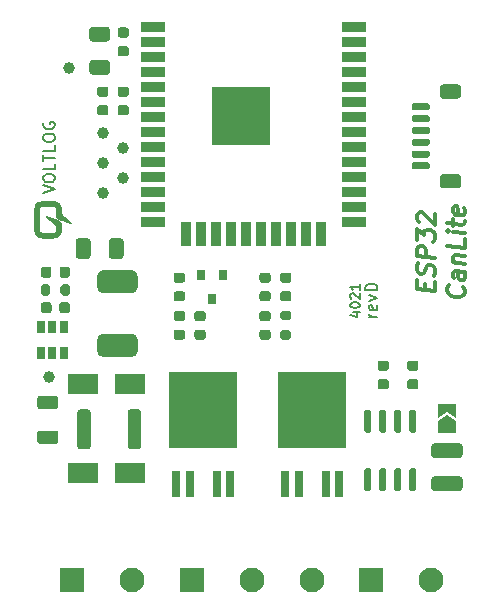
<source format=gbr>
G04 #@! TF.GenerationSoftware,KiCad,Pcbnew,(5.1.9)-1*
G04 #@! TF.CreationDate,2021-10-18T17:35:56+03:00*
G04 #@! TF.ProjectId,CanLite,43616e4c-6974-4652-9e6b-696361645f70,rev?*
G04 #@! TF.SameCoordinates,Original*
G04 #@! TF.FileFunction,Soldermask,Top*
G04 #@! TF.FilePolarity,Negative*
%FSLAX46Y46*%
G04 Gerber Fmt 4.6, Leading zero omitted, Abs format (unit mm)*
G04 Created by KiCad (PCBNEW (5.1.9)-1) date 2021-10-18 17:35:56*
%MOMM*%
%LPD*%
G01*
G04 APERTURE LIST*
%ADD10C,0.200000*%
%ADD11C,0.150000*%
%ADD12C,0.300000*%
%ADD13C,0.010000*%
%ADD14R,5.800000X6.400000*%
%ADD15R,0.800000X2.200000*%
%ADD16C,1.000000*%
%ADD17R,0.650000X1.060000*%
%ADD18R,2.000000X0.900000*%
%ADD19R,0.900000X2.000000*%
%ADD20R,5.000000X5.000000*%
%ADD21R,2.500000X1.800000*%
%ADD22C,2.100000*%
%ADD23R,2.100000X2.100000*%
%ADD24R,0.800000X0.900000*%
%ADD25C,0.100000*%
G04 APERTURE END LIST*
D10*
X104202380Y-66821428D02*
X105202380Y-66488095D01*
X104202380Y-66154761D01*
X104202380Y-65630952D02*
X104202380Y-65440476D01*
X104250000Y-65345238D01*
X104345238Y-65250000D01*
X104535714Y-65202380D01*
X104869047Y-65202380D01*
X105059523Y-65250000D01*
X105154761Y-65345238D01*
X105202380Y-65440476D01*
X105202380Y-65630952D01*
X105154761Y-65726190D01*
X105059523Y-65821428D01*
X104869047Y-65869047D01*
X104535714Y-65869047D01*
X104345238Y-65821428D01*
X104250000Y-65726190D01*
X104202380Y-65630952D01*
X105202380Y-64297619D02*
X105202380Y-64773809D01*
X104202380Y-64773809D01*
X104202380Y-64107142D02*
X104202380Y-63535714D01*
X105202380Y-63821428D02*
X104202380Y-63821428D01*
X105202380Y-62726190D02*
X105202380Y-63202380D01*
X104202380Y-63202380D01*
X104202380Y-62202380D02*
X104202380Y-62011904D01*
X104250000Y-61916666D01*
X104345238Y-61821428D01*
X104535714Y-61773809D01*
X104869047Y-61773809D01*
X105059523Y-61821428D01*
X105154761Y-61916666D01*
X105202380Y-62011904D01*
X105202380Y-62202380D01*
X105154761Y-62297619D01*
X105059523Y-62392857D01*
X104869047Y-62440476D01*
X104535714Y-62440476D01*
X104345238Y-62392857D01*
X104250000Y-62297619D01*
X104202380Y-62202380D01*
X104250000Y-60821428D02*
X104202380Y-60916666D01*
X104202380Y-61059523D01*
X104250000Y-61202380D01*
X104345238Y-61297619D01*
X104440476Y-61345238D01*
X104630952Y-61392857D01*
X104773809Y-61392857D01*
X104964285Y-61345238D01*
X105059523Y-61297619D01*
X105154761Y-61202380D01*
X105202380Y-61059523D01*
X105202380Y-60964285D01*
X105154761Y-60821428D01*
X105107142Y-60773809D01*
X104773809Y-60773809D01*
X104773809Y-60964285D01*
D11*
X130478571Y-76890476D02*
X131011904Y-76890476D01*
X130173809Y-77080952D02*
X130745238Y-77271428D01*
X130745238Y-76776190D01*
X130211904Y-76319047D02*
X130211904Y-76242857D01*
X130250000Y-76166666D01*
X130288095Y-76128571D01*
X130364285Y-76090476D01*
X130516666Y-76052380D01*
X130707142Y-76052380D01*
X130859523Y-76090476D01*
X130935714Y-76128571D01*
X130973809Y-76166666D01*
X131011904Y-76242857D01*
X131011904Y-76319047D01*
X130973809Y-76395238D01*
X130935714Y-76433333D01*
X130859523Y-76471428D01*
X130707142Y-76509523D01*
X130516666Y-76509523D01*
X130364285Y-76471428D01*
X130288095Y-76433333D01*
X130250000Y-76395238D01*
X130211904Y-76319047D01*
X130288095Y-75747619D02*
X130250000Y-75709523D01*
X130211904Y-75633333D01*
X130211904Y-75442857D01*
X130250000Y-75366666D01*
X130288095Y-75328571D01*
X130364285Y-75290476D01*
X130440476Y-75290476D01*
X130554761Y-75328571D01*
X131011904Y-75785714D01*
X131011904Y-75290476D01*
X131011904Y-74528571D02*
X131011904Y-74985714D01*
X131011904Y-74757142D02*
X130211904Y-74757142D01*
X130326190Y-74833333D01*
X130402380Y-74909523D01*
X130440476Y-74985714D01*
D10*
X132502380Y-77280952D02*
X131835714Y-77280952D01*
X132026190Y-77280952D02*
X131930952Y-77233333D01*
X131883333Y-77185714D01*
X131835714Y-77090476D01*
X131835714Y-76995238D01*
X132454761Y-76280952D02*
X132502380Y-76376190D01*
X132502380Y-76566666D01*
X132454761Y-76661904D01*
X132359523Y-76709523D01*
X131978571Y-76709523D01*
X131883333Y-76661904D01*
X131835714Y-76566666D01*
X131835714Y-76376190D01*
X131883333Y-76280952D01*
X131978571Y-76233333D01*
X132073809Y-76233333D01*
X132169047Y-76709523D01*
X131835714Y-75900000D02*
X132502380Y-75661904D01*
X131835714Y-75423809D01*
X132502380Y-75042857D02*
X131502380Y-75042857D01*
X131502380Y-74804761D01*
X131550000Y-74661904D01*
X131645238Y-74566666D01*
X131740476Y-74519047D01*
X131930952Y-74471428D01*
X132073809Y-74471428D01*
X132264285Y-74519047D01*
X132359523Y-74566666D01*
X132454761Y-74661904D01*
X132502380Y-74804761D01*
X132502380Y-75042857D01*
D12*
X136567857Y-74972142D02*
X136567857Y-74472142D01*
X137353571Y-74356071D02*
X137353571Y-75070357D01*
X135853571Y-74882857D01*
X135853571Y-74168571D01*
X137282142Y-73775714D02*
X137353571Y-73570357D01*
X137353571Y-73213214D01*
X137282142Y-73061428D01*
X137210714Y-72981071D01*
X137067857Y-72891785D01*
X136925000Y-72873928D01*
X136782142Y-72927500D01*
X136710714Y-72990000D01*
X136639285Y-73123928D01*
X136567857Y-73400714D01*
X136496428Y-73534642D01*
X136425000Y-73597142D01*
X136282142Y-73650714D01*
X136139285Y-73632857D01*
X135996428Y-73543571D01*
X135925000Y-73463214D01*
X135853571Y-73311428D01*
X135853571Y-72954285D01*
X135925000Y-72748928D01*
X137353571Y-72284642D02*
X135853571Y-72097142D01*
X135853571Y-71525714D01*
X135925000Y-71391785D01*
X135996428Y-71329285D01*
X136139285Y-71275714D01*
X136353571Y-71302500D01*
X136496428Y-71391785D01*
X136567857Y-71472142D01*
X136639285Y-71623928D01*
X136639285Y-72195357D01*
X135853571Y-70740000D02*
X135853571Y-69811428D01*
X136425000Y-70382857D01*
X136425000Y-70168571D01*
X136496428Y-70034642D01*
X136567857Y-69972142D01*
X136710714Y-69918571D01*
X137067857Y-69963214D01*
X137210714Y-70052500D01*
X137282142Y-70132857D01*
X137353571Y-70284642D01*
X137353571Y-70713214D01*
X137282142Y-70847142D01*
X137210714Y-70909642D01*
X135996428Y-69257857D02*
X135925000Y-69177500D01*
X135853571Y-69025714D01*
X135853571Y-68668571D01*
X135925000Y-68534642D01*
X135996428Y-68472142D01*
X136139285Y-68418571D01*
X136282142Y-68436428D01*
X136496428Y-68534642D01*
X137353571Y-69498928D01*
X137353571Y-68570357D01*
X139760714Y-74766785D02*
X139832142Y-74847142D01*
X139903571Y-75070357D01*
X139903571Y-75213214D01*
X139832142Y-75418571D01*
X139689285Y-75543571D01*
X139546428Y-75597142D01*
X139260714Y-75632857D01*
X139046428Y-75606071D01*
X138760714Y-75498928D01*
X138617857Y-75409642D01*
X138475000Y-75248928D01*
X138403571Y-75025714D01*
X138403571Y-74882857D01*
X138475000Y-74677500D01*
X138546428Y-74615000D01*
X139903571Y-73498928D02*
X139117857Y-73400714D01*
X138975000Y-73454285D01*
X138903571Y-73588214D01*
X138903571Y-73873928D01*
X138975000Y-74025714D01*
X139832142Y-73490000D02*
X139903571Y-73641785D01*
X139903571Y-73998928D01*
X139832142Y-74132857D01*
X139689285Y-74186428D01*
X139546428Y-74168571D01*
X139403571Y-74079285D01*
X139332142Y-73927500D01*
X139332142Y-73570357D01*
X139260714Y-73418571D01*
X138903571Y-72659642D02*
X139903571Y-72784642D01*
X139046428Y-72677500D02*
X138975000Y-72597142D01*
X138903571Y-72445357D01*
X138903571Y-72231071D01*
X138975000Y-72097142D01*
X139117857Y-72043571D01*
X139903571Y-72141785D01*
X139903571Y-70713214D02*
X139903571Y-71427500D01*
X138403571Y-71240000D01*
X139903571Y-70213214D02*
X138903571Y-70088214D01*
X138403571Y-70025714D02*
X138475000Y-70106071D01*
X138546428Y-70043571D01*
X138475000Y-69963214D01*
X138403571Y-70025714D01*
X138546428Y-70043571D01*
X138903571Y-69588214D02*
X138903571Y-69016785D01*
X138403571Y-69311428D02*
X139689285Y-69472142D01*
X139832142Y-69418571D01*
X139903571Y-69284642D01*
X139903571Y-69141785D01*
X139832142Y-68061428D02*
X139903571Y-68213214D01*
X139903571Y-68498928D01*
X139832142Y-68632857D01*
X139689285Y-68686428D01*
X139117857Y-68615000D01*
X138975000Y-68525714D01*
X138903571Y-68373928D01*
X138903571Y-68088214D01*
X138975000Y-67954285D01*
X139117857Y-67900714D01*
X139260714Y-67918571D01*
X139403571Y-68650714D01*
D13*
G36*
X103436747Y-68849388D02*
G01*
X103438269Y-68734942D01*
X103440669Y-68622670D01*
X103443968Y-68513563D01*
X103448183Y-68408613D01*
X103453335Y-68308808D01*
X103459373Y-68216111D01*
X103466354Y-68129241D01*
X103474053Y-68053690D01*
X103482929Y-67988078D01*
X103493440Y-67931028D01*
X103506046Y-67881160D01*
X103521204Y-67837097D01*
X103539373Y-67797458D01*
X103561013Y-67760867D01*
X103586582Y-67725943D01*
X103616539Y-67691308D01*
X103643192Y-67663661D01*
X103684695Y-67624735D01*
X103725608Y-67592298D01*
X103767910Y-67565492D01*
X103813577Y-67543458D01*
X103864589Y-67525337D01*
X103922923Y-67510272D01*
X103990556Y-67497402D01*
X104045187Y-67489143D01*
X104096968Y-67482242D01*
X104145506Y-67476504D01*
X104192683Y-67471832D01*
X104240386Y-67468126D01*
X104290498Y-67465288D01*
X104344905Y-67463222D01*
X104405491Y-67461827D01*
X104474141Y-67461007D01*
X104552740Y-67460663D01*
X104592517Y-67460638D01*
X104700542Y-67461202D01*
X104797345Y-67462906D01*
X104884361Y-67465859D01*
X104963027Y-67470170D01*
X105034776Y-67475947D01*
X105101046Y-67483299D01*
X105163272Y-67492335D01*
X105222889Y-67503164D01*
X105261080Y-67511250D01*
X105341825Y-67535237D01*
X105416414Y-67569335D01*
X105484019Y-67612713D01*
X105543813Y-67664541D01*
X105594969Y-67723990D01*
X105636658Y-67790227D01*
X105668053Y-67862424D01*
X105688326Y-67939750D01*
X105688351Y-67939886D01*
X105690676Y-67956651D01*
X105692598Y-67979604D01*
X105694146Y-68009737D01*
X105695345Y-68048047D01*
X105696223Y-68095527D01*
X105696808Y-68153171D01*
X105697125Y-68221973D01*
X105697195Y-68264796D01*
X105697417Y-68542081D01*
X105737104Y-68579961D01*
X105748416Y-68590388D01*
X105768421Y-68608412D01*
X105796251Y-68633265D01*
X105831040Y-68664183D01*
X105871924Y-68700397D01*
X105918035Y-68741142D01*
X105968507Y-68785652D01*
X106022475Y-68833160D01*
X106079072Y-68882900D01*
X106126042Y-68924118D01*
X106183818Y-68974823D01*
X106239435Y-69023703D01*
X106292053Y-69070020D01*
X106340837Y-69113032D01*
X106384950Y-69151999D01*
X106423554Y-69186183D01*
X106455813Y-69214842D01*
X106480890Y-69237237D01*
X106497948Y-69252627D01*
X106505454Y-69259589D01*
X106525892Y-69282677D01*
X106534854Y-69301572D01*
X106532589Y-69316969D01*
X106527997Y-69322916D01*
X106515150Y-69329728D01*
X106509466Y-69330536D01*
X106501637Y-69328487D01*
X106482915Y-69322586D01*
X106454386Y-69313200D01*
X106417135Y-69300699D01*
X106372247Y-69285451D01*
X106320808Y-69267824D01*
X106263903Y-69248187D01*
X106202617Y-69226909D01*
X106144023Y-69206454D01*
X106075436Y-69182455D01*
X106006890Y-69158483D01*
X105939960Y-69135087D01*
X105876219Y-69112816D01*
X105817239Y-69092220D01*
X105764595Y-69073849D01*
X105719858Y-69058251D01*
X105684604Y-69045976D01*
X105668842Y-69040499D01*
X105628386Y-69026074D01*
X105588817Y-69011271D01*
X105552938Y-68997190D01*
X105523554Y-68984931D01*
X105503742Y-68975735D01*
X105458549Y-68946785D01*
X105415550Y-68908765D01*
X105378309Y-68865231D01*
X105353405Y-68825711D01*
X105343046Y-68805417D01*
X105334482Y-68786913D01*
X105327542Y-68768755D01*
X105322055Y-68749502D01*
X105317848Y-68727711D01*
X105314751Y-68701939D01*
X105312591Y-68670744D01*
X105311198Y-68632682D01*
X105310400Y-68586311D01*
X105310026Y-68530188D01*
X105309903Y-68462871D01*
X105309901Y-68459670D01*
X105309524Y-68362170D01*
X105308520Y-68276939D01*
X105306870Y-68203562D01*
X105304552Y-68141622D01*
X105301547Y-68090705D01*
X105297835Y-68050393D01*
X105293394Y-68020271D01*
X105288205Y-67999923D01*
X105287365Y-67997698D01*
X105270133Y-67969451D01*
X105243735Y-67944057D01*
X105211707Y-67924520D01*
X105192869Y-67917330D01*
X105145757Y-67905798D01*
X105087561Y-67895755D01*
X105019812Y-67887222D01*
X104944039Y-67880219D01*
X104861773Y-67874769D01*
X104774546Y-67870891D01*
X104683887Y-67868607D01*
X104591327Y-67867938D01*
X104498397Y-67868904D01*
X104406627Y-67871527D01*
X104317548Y-67875828D01*
X104232691Y-67881828D01*
X104153585Y-67889547D01*
X104081762Y-67899007D01*
X104063897Y-67901850D01*
X104013106Y-67911874D01*
X103973389Y-67924117D01*
X103943139Y-67940103D01*
X103920747Y-67961353D01*
X103904608Y-67989391D01*
X103893114Y-68025741D01*
X103884696Y-68071660D01*
X103877984Y-68126208D01*
X103871903Y-68192228D01*
X103866466Y-68268507D01*
X103861682Y-68353831D01*
X103857563Y-68446989D01*
X103854119Y-68546766D01*
X103851362Y-68651950D01*
X103849303Y-68761327D01*
X103847951Y-68873686D01*
X103847319Y-68987812D01*
X103847417Y-69102494D01*
X103848256Y-69216517D01*
X103849847Y-69328669D01*
X103852200Y-69437736D01*
X103855328Y-69542507D01*
X103859240Y-69641767D01*
X103863947Y-69734305D01*
X103869039Y-69813136D01*
X103874569Y-69882666D01*
X103880660Y-69940677D01*
X103888022Y-69988350D01*
X103897367Y-70026864D01*
X103909404Y-70057401D01*
X103924844Y-70081141D01*
X103944397Y-70099264D01*
X103968774Y-70112950D01*
X103998684Y-70123381D01*
X104034839Y-70131735D01*
X104063897Y-70136923D01*
X104133483Y-70146852D01*
X104210763Y-70155036D01*
X104294208Y-70161495D01*
X104382286Y-70166250D01*
X104473468Y-70169323D01*
X104566223Y-70170735D01*
X104659021Y-70170505D01*
X104750331Y-70168657D01*
X104838623Y-70165209D01*
X104922366Y-70160184D01*
X105000030Y-70153602D01*
X105070085Y-70145485D01*
X105131000Y-70135853D01*
X105181244Y-70124726D01*
X105192809Y-70121461D01*
X105228648Y-70104372D01*
X105258533Y-70077294D01*
X105279337Y-70043911D01*
X105285811Y-70022132D01*
X105291354Y-69988325D01*
X105295923Y-69943130D01*
X105299473Y-69887189D01*
X105301960Y-69821142D01*
X105303340Y-69745631D01*
X105303622Y-69691941D01*
X105303717Y-69548520D01*
X105260854Y-69507598D01*
X105247789Y-69495497D01*
X105226241Y-69475996D01*
X105197289Y-69450052D01*
X105162011Y-69418623D01*
X105121487Y-69382669D01*
X105076794Y-69343146D01*
X105029011Y-69301013D01*
X104979218Y-69257228D01*
X104961233Y-69241444D01*
X104907902Y-69194660D01*
X104853667Y-69147081D01*
X104800000Y-69100000D01*
X104748378Y-69054711D01*
X104700276Y-69012507D01*
X104657167Y-68974684D01*
X104620528Y-68942534D01*
X104591833Y-68917352D01*
X104589758Y-68915531D01*
X104557245Y-68886599D01*
X104527810Y-68859648D01*
X104502868Y-68836036D01*
X104483832Y-68817119D01*
X104472117Y-68804253D01*
X104469121Y-68799836D01*
X104466959Y-68785163D01*
X104474867Y-68771929D01*
X104485224Y-68762388D01*
X104491767Y-68759036D01*
X104498607Y-68761078D01*
X104516280Y-68766940D01*
X104543640Y-68776226D01*
X104579540Y-68788542D01*
X104622832Y-68803492D01*
X104672372Y-68820681D01*
X104727011Y-68839714D01*
X104785603Y-68860196D01*
X104803521Y-68866473D01*
X104871111Y-68890152D01*
X104941681Y-68914854D01*
X105013009Y-68939804D01*
X105082876Y-68964224D01*
X105149061Y-68987340D01*
X105209343Y-69008374D01*
X105261500Y-69026552D01*
X105293485Y-69037682D01*
X105341216Y-69054558D01*
X105386716Y-69071174D01*
X105428126Y-69086812D01*
X105463589Y-69100752D01*
X105491246Y-69112276D01*
X105509239Y-69120665D01*
X105512257Y-69122333D01*
X105561783Y-69158497D01*
X105606071Y-69204445D01*
X105643285Y-69257723D01*
X105671587Y-69315880D01*
X105683056Y-69350376D01*
X105685482Y-69360128D01*
X105687534Y-69371117D01*
X105689243Y-69384434D01*
X105690638Y-69401169D01*
X105691751Y-69422414D01*
X105692614Y-69449259D01*
X105693255Y-69482795D01*
X105693708Y-69524114D01*
X105694001Y-69574305D01*
X105694166Y-69634460D01*
X105694234Y-69705669D01*
X105694242Y-69746461D01*
X105694242Y-70102061D01*
X105672816Y-70163933D01*
X105639349Y-70242480D01*
X105596274Y-70312751D01*
X105543728Y-70374590D01*
X105481849Y-70427840D01*
X105410777Y-70472347D01*
X105389442Y-70483127D01*
X105349990Y-70500056D01*
X105305587Y-70515010D01*
X105254965Y-70528243D01*
X105196857Y-70540007D01*
X105129997Y-70550554D01*
X105053117Y-70560139D01*
X104964952Y-70569014D01*
X104954467Y-70569962D01*
X104919927Y-70572317D01*
X104874644Y-70574281D01*
X104820565Y-70575852D01*
X104759640Y-70577032D01*
X104693819Y-70577821D01*
X104625050Y-70578217D01*
X104555284Y-70578222D01*
X104486469Y-70577835D01*
X104420555Y-70577056D01*
X104359492Y-70575885D01*
X104305228Y-70574322D01*
X104259713Y-70572368D01*
X104224897Y-70570022D01*
X104224217Y-70569962D01*
X104131943Y-70560869D01*
X104051071Y-70550939D01*
X103980313Y-70539786D01*
X103918378Y-70527022D01*
X103863977Y-70512262D01*
X103815820Y-70495117D01*
X103772618Y-70475202D01*
X103733081Y-70452130D01*
X103695920Y-70425513D01*
X103669497Y-70403575D01*
X103610687Y-70344867D01*
X103563274Y-70281366D01*
X103526443Y-70211754D01*
X103499374Y-70134714D01*
X103496805Y-70125144D01*
X103488067Y-70084282D01*
X103479937Y-70031724D01*
X103472432Y-69968461D01*
X103465572Y-69895484D01*
X103459378Y-69813784D01*
X103453867Y-69724350D01*
X103449061Y-69628175D01*
X103444977Y-69526248D01*
X103441636Y-69419560D01*
X103439057Y-69309103D01*
X103437259Y-69195866D01*
X103436262Y-69080841D01*
X103436085Y-68965018D01*
X103436747Y-68849388D01*
G37*
X103436747Y-68849388D02*
X103438269Y-68734942D01*
X103440669Y-68622670D01*
X103443968Y-68513563D01*
X103448183Y-68408613D01*
X103453335Y-68308808D01*
X103459373Y-68216111D01*
X103466354Y-68129241D01*
X103474053Y-68053690D01*
X103482929Y-67988078D01*
X103493440Y-67931028D01*
X103506046Y-67881160D01*
X103521204Y-67837097D01*
X103539373Y-67797458D01*
X103561013Y-67760867D01*
X103586582Y-67725943D01*
X103616539Y-67691308D01*
X103643192Y-67663661D01*
X103684695Y-67624735D01*
X103725608Y-67592298D01*
X103767910Y-67565492D01*
X103813577Y-67543458D01*
X103864589Y-67525337D01*
X103922923Y-67510272D01*
X103990556Y-67497402D01*
X104045187Y-67489143D01*
X104096968Y-67482242D01*
X104145506Y-67476504D01*
X104192683Y-67471832D01*
X104240386Y-67468126D01*
X104290498Y-67465288D01*
X104344905Y-67463222D01*
X104405491Y-67461827D01*
X104474141Y-67461007D01*
X104552740Y-67460663D01*
X104592517Y-67460638D01*
X104700542Y-67461202D01*
X104797345Y-67462906D01*
X104884361Y-67465859D01*
X104963027Y-67470170D01*
X105034776Y-67475947D01*
X105101046Y-67483299D01*
X105163272Y-67492335D01*
X105222889Y-67503164D01*
X105261080Y-67511250D01*
X105341825Y-67535237D01*
X105416414Y-67569335D01*
X105484019Y-67612713D01*
X105543813Y-67664541D01*
X105594969Y-67723990D01*
X105636658Y-67790227D01*
X105668053Y-67862424D01*
X105688326Y-67939750D01*
X105688351Y-67939886D01*
X105690676Y-67956651D01*
X105692598Y-67979604D01*
X105694146Y-68009737D01*
X105695345Y-68048047D01*
X105696223Y-68095527D01*
X105696808Y-68153171D01*
X105697125Y-68221973D01*
X105697195Y-68264796D01*
X105697417Y-68542081D01*
X105737104Y-68579961D01*
X105748416Y-68590388D01*
X105768421Y-68608412D01*
X105796251Y-68633265D01*
X105831040Y-68664183D01*
X105871924Y-68700397D01*
X105918035Y-68741142D01*
X105968507Y-68785652D01*
X106022475Y-68833160D01*
X106079072Y-68882900D01*
X106126042Y-68924118D01*
X106183818Y-68974823D01*
X106239435Y-69023703D01*
X106292053Y-69070020D01*
X106340837Y-69113032D01*
X106384950Y-69151999D01*
X106423554Y-69186183D01*
X106455813Y-69214842D01*
X106480890Y-69237237D01*
X106497948Y-69252627D01*
X106505454Y-69259589D01*
X106525892Y-69282677D01*
X106534854Y-69301572D01*
X106532589Y-69316969D01*
X106527997Y-69322916D01*
X106515150Y-69329728D01*
X106509466Y-69330536D01*
X106501637Y-69328487D01*
X106482915Y-69322586D01*
X106454386Y-69313200D01*
X106417135Y-69300699D01*
X106372247Y-69285451D01*
X106320808Y-69267824D01*
X106263903Y-69248187D01*
X106202617Y-69226909D01*
X106144023Y-69206454D01*
X106075436Y-69182455D01*
X106006890Y-69158483D01*
X105939960Y-69135087D01*
X105876219Y-69112816D01*
X105817239Y-69092220D01*
X105764595Y-69073849D01*
X105719858Y-69058251D01*
X105684604Y-69045976D01*
X105668842Y-69040499D01*
X105628386Y-69026074D01*
X105588817Y-69011271D01*
X105552938Y-68997190D01*
X105523554Y-68984931D01*
X105503742Y-68975735D01*
X105458549Y-68946785D01*
X105415550Y-68908765D01*
X105378309Y-68865231D01*
X105353405Y-68825711D01*
X105343046Y-68805417D01*
X105334482Y-68786913D01*
X105327542Y-68768755D01*
X105322055Y-68749502D01*
X105317848Y-68727711D01*
X105314751Y-68701939D01*
X105312591Y-68670744D01*
X105311198Y-68632682D01*
X105310400Y-68586311D01*
X105310026Y-68530188D01*
X105309903Y-68462871D01*
X105309901Y-68459670D01*
X105309524Y-68362170D01*
X105308520Y-68276939D01*
X105306870Y-68203562D01*
X105304552Y-68141622D01*
X105301547Y-68090705D01*
X105297835Y-68050393D01*
X105293394Y-68020271D01*
X105288205Y-67999923D01*
X105287365Y-67997698D01*
X105270133Y-67969451D01*
X105243735Y-67944057D01*
X105211707Y-67924520D01*
X105192869Y-67917330D01*
X105145757Y-67905798D01*
X105087561Y-67895755D01*
X105019812Y-67887222D01*
X104944039Y-67880219D01*
X104861773Y-67874769D01*
X104774546Y-67870891D01*
X104683887Y-67868607D01*
X104591327Y-67867938D01*
X104498397Y-67868904D01*
X104406627Y-67871527D01*
X104317548Y-67875828D01*
X104232691Y-67881828D01*
X104153585Y-67889547D01*
X104081762Y-67899007D01*
X104063897Y-67901850D01*
X104013106Y-67911874D01*
X103973389Y-67924117D01*
X103943139Y-67940103D01*
X103920747Y-67961353D01*
X103904608Y-67989391D01*
X103893114Y-68025741D01*
X103884696Y-68071660D01*
X103877984Y-68126208D01*
X103871903Y-68192228D01*
X103866466Y-68268507D01*
X103861682Y-68353831D01*
X103857563Y-68446989D01*
X103854119Y-68546766D01*
X103851362Y-68651950D01*
X103849303Y-68761327D01*
X103847951Y-68873686D01*
X103847319Y-68987812D01*
X103847417Y-69102494D01*
X103848256Y-69216517D01*
X103849847Y-69328669D01*
X103852200Y-69437736D01*
X103855328Y-69542507D01*
X103859240Y-69641767D01*
X103863947Y-69734305D01*
X103869039Y-69813136D01*
X103874569Y-69882666D01*
X103880660Y-69940677D01*
X103888022Y-69988350D01*
X103897367Y-70026864D01*
X103909404Y-70057401D01*
X103924844Y-70081141D01*
X103944397Y-70099264D01*
X103968774Y-70112950D01*
X103998684Y-70123381D01*
X104034839Y-70131735D01*
X104063897Y-70136923D01*
X104133483Y-70146852D01*
X104210763Y-70155036D01*
X104294208Y-70161495D01*
X104382286Y-70166250D01*
X104473468Y-70169323D01*
X104566223Y-70170735D01*
X104659021Y-70170505D01*
X104750331Y-70168657D01*
X104838623Y-70165209D01*
X104922366Y-70160184D01*
X105000030Y-70153602D01*
X105070085Y-70145485D01*
X105131000Y-70135853D01*
X105181244Y-70124726D01*
X105192809Y-70121461D01*
X105228648Y-70104372D01*
X105258533Y-70077294D01*
X105279337Y-70043911D01*
X105285811Y-70022132D01*
X105291354Y-69988325D01*
X105295923Y-69943130D01*
X105299473Y-69887189D01*
X105301960Y-69821142D01*
X105303340Y-69745631D01*
X105303622Y-69691941D01*
X105303717Y-69548520D01*
X105260854Y-69507598D01*
X105247789Y-69495497D01*
X105226241Y-69475996D01*
X105197289Y-69450052D01*
X105162011Y-69418623D01*
X105121487Y-69382669D01*
X105076794Y-69343146D01*
X105029011Y-69301013D01*
X104979218Y-69257228D01*
X104961233Y-69241444D01*
X104907902Y-69194660D01*
X104853667Y-69147081D01*
X104800000Y-69100000D01*
X104748378Y-69054711D01*
X104700276Y-69012507D01*
X104657167Y-68974684D01*
X104620528Y-68942534D01*
X104591833Y-68917352D01*
X104589758Y-68915531D01*
X104557245Y-68886599D01*
X104527810Y-68859648D01*
X104502868Y-68836036D01*
X104483832Y-68817119D01*
X104472117Y-68804253D01*
X104469121Y-68799836D01*
X104466959Y-68785163D01*
X104474867Y-68771929D01*
X104485224Y-68762388D01*
X104491767Y-68759036D01*
X104498607Y-68761078D01*
X104516280Y-68766940D01*
X104543640Y-68776226D01*
X104579540Y-68788542D01*
X104622832Y-68803492D01*
X104672372Y-68820681D01*
X104727011Y-68839714D01*
X104785603Y-68860196D01*
X104803521Y-68866473D01*
X104871111Y-68890152D01*
X104941681Y-68914854D01*
X105013009Y-68939804D01*
X105082876Y-68964224D01*
X105149061Y-68987340D01*
X105209343Y-69008374D01*
X105261500Y-69026552D01*
X105293485Y-69037682D01*
X105341216Y-69054558D01*
X105386716Y-69071174D01*
X105428126Y-69086812D01*
X105463589Y-69100752D01*
X105491246Y-69112276D01*
X105509239Y-69120665D01*
X105512257Y-69122333D01*
X105561783Y-69158497D01*
X105606071Y-69204445D01*
X105643285Y-69257723D01*
X105671587Y-69315880D01*
X105683056Y-69350376D01*
X105685482Y-69360128D01*
X105687534Y-69371117D01*
X105689243Y-69384434D01*
X105690638Y-69401169D01*
X105691751Y-69422414D01*
X105692614Y-69449259D01*
X105693255Y-69482795D01*
X105693708Y-69524114D01*
X105694001Y-69574305D01*
X105694166Y-69634460D01*
X105694234Y-69705669D01*
X105694242Y-69746461D01*
X105694242Y-70102061D01*
X105672816Y-70163933D01*
X105639349Y-70242480D01*
X105596274Y-70312751D01*
X105543728Y-70374590D01*
X105481849Y-70427840D01*
X105410777Y-70472347D01*
X105389442Y-70483127D01*
X105349990Y-70500056D01*
X105305587Y-70515010D01*
X105254965Y-70528243D01*
X105196857Y-70540007D01*
X105129997Y-70550554D01*
X105053117Y-70560139D01*
X104964952Y-70569014D01*
X104954467Y-70569962D01*
X104919927Y-70572317D01*
X104874644Y-70574281D01*
X104820565Y-70575852D01*
X104759640Y-70577032D01*
X104693819Y-70577821D01*
X104625050Y-70578217D01*
X104555284Y-70578222D01*
X104486469Y-70577835D01*
X104420555Y-70577056D01*
X104359492Y-70575885D01*
X104305228Y-70574322D01*
X104259713Y-70572368D01*
X104224897Y-70570022D01*
X104224217Y-70569962D01*
X104131943Y-70560869D01*
X104051071Y-70550939D01*
X103980313Y-70539786D01*
X103918378Y-70527022D01*
X103863977Y-70512262D01*
X103815820Y-70495117D01*
X103772618Y-70475202D01*
X103733081Y-70452130D01*
X103695920Y-70425513D01*
X103669497Y-70403575D01*
X103610687Y-70344867D01*
X103563274Y-70281366D01*
X103526443Y-70211754D01*
X103499374Y-70134714D01*
X103496805Y-70125144D01*
X103488067Y-70084282D01*
X103479937Y-70031724D01*
X103472432Y-69968461D01*
X103465572Y-69895484D01*
X103459378Y-69813784D01*
X103453867Y-69724350D01*
X103449061Y-69628175D01*
X103444977Y-69526248D01*
X103441636Y-69419560D01*
X103439057Y-69309103D01*
X103437259Y-69195866D01*
X103436262Y-69080841D01*
X103436085Y-68965018D01*
X103436747Y-68849388D01*
G36*
G01*
X111720000Y-75295000D02*
X109280000Y-75295000D01*
G75*
G02*
X108785000Y-74800000I0J495000D01*
G01*
X108785000Y-73810000D01*
G75*
G02*
X109280000Y-73315000I495000J0D01*
G01*
X111720000Y-73315000D01*
G75*
G02*
X112215000Y-73810000I0J-495000D01*
G01*
X112215000Y-74800000D01*
G75*
G02*
X111720000Y-75295000I-495000J0D01*
G01*
G37*
G36*
G01*
X111720000Y-80685000D02*
X109280000Y-80685000D01*
G75*
G02*
X108785000Y-80190000I0J495000D01*
G01*
X108785000Y-79200000D01*
G75*
G02*
X109280000Y-78705000I495000J0D01*
G01*
X111720000Y-78705000D01*
G75*
G02*
X112215000Y-79200000I0J-495000D01*
G01*
X112215000Y-80190000D01*
G75*
G02*
X111720000Y-80685000I-495000J0D01*
G01*
G37*
G36*
G01*
X123256250Y-77650000D02*
X122743750Y-77650000D01*
G75*
G02*
X122525000Y-77431250I0J218750D01*
G01*
X122525000Y-76993750D01*
G75*
G02*
X122743750Y-76775000I218750J0D01*
G01*
X123256250Y-76775000D01*
G75*
G02*
X123475000Y-76993750I0J-218750D01*
G01*
X123475000Y-77431250D01*
G75*
G02*
X123256250Y-77650000I-218750J0D01*
G01*
G37*
G36*
G01*
X123256250Y-79225000D02*
X122743750Y-79225000D01*
G75*
G02*
X122525000Y-79006250I0J218750D01*
G01*
X122525000Y-78568750D01*
G75*
G02*
X122743750Y-78350000I218750J0D01*
G01*
X123256250Y-78350000D01*
G75*
G02*
X123475000Y-78568750I0J-218750D01*
G01*
X123475000Y-79006250D01*
G75*
G02*
X123256250Y-79225000I-218750J0D01*
G01*
G37*
D14*
X127000000Y-85150000D03*
D15*
X129280000Y-91450000D03*
X128140000Y-91450000D03*
X125860000Y-91450000D03*
X124720000Y-91450000D03*
D14*
X117750000Y-85150000D03*
D15*
X120030000Y-91450000D03*
X118890000Y-91450000D03*
X116610000Y-91450000D03*
X115470000Y-91450000D03*
G36*
G01*
X125025000Y-77575000D02*
X124475000Y-77575000D01*
G75*
G02*
X124275000Y-77375000I0J200000D01*
G01*
X124275000Y-76975000D01*
G75*
G02*
X124475000Y-76775000I200000J0D01*
G01*
X125025000Y-76775000D01*
G75*
G02*
X125225000Y-76975000I0J-200000D01*
G01*
X125225000Y-77375000D01*
G75*
G02*
X125025000Y-77575000I-200000J0D01*
G01*
G37*
G36*
G01*
X125025000Y-79225000D02*
X124475000Y-79225000D01*
G75*
G02*
X124275000Y-79025000I0J200000D01*
G01*
X124275000Y-78625000D01*
G75*
G02*
X124475000Y-78425000I200000J0D01*
G01*
X125025000Y-78425000D01*
G75*
G02*
X125225000Y-78625000I0J-200000D01*
G01*
X125225000Y-79025000D01*
G75*
G02*
X125025000Y-79225000I-200000J0D01*
G01*
G37*
D16*
X109250000Y-61750000D03*
X109250000Y-66750000D03*
X111000000Y-65500000D03*
X109250000Y-64250000D03*
G36*
G01*
X138049999Y-65200000D02*
X139350001Y-65200000D01*
G75*
G02*
X139600000Y-65449999I0J-249999D01*
G01*
X139600000Y-66150001D01*
G75*
G02*
X139350001Y-66400000I-249999J0D01*
G01*
X138049999Y-66400000D01*
G75*
G02*
X137800000Y-66150001I0J249999D01*
G01*
X137800000Y-65449999D01*
G75*
G02*
X138049999Y-65200000I249999J0D01*
G01*
G37*
G36*
G01*
X138049999Y-57600000D02*
X139350001Y-57600000D01*
G75*
G02*
X139600000Y-57849999I0J-249999D01*
G01*
X139600000Y-58550001D01*
G75*
G02*
X139350001Y-58800000I-249999J0D01*
G01*
X138049999Y-58800000D01*
G75*
G02*
X137800000Y-58550001I0J249999D01*
G01*
X137800000Y-57849999D01*
G75*
G02*
X138049999Y-57600000I249999J0D01*
G01*
G37*
G36*
G01*
X135550000Y-64200000D02*
X136800000Y-64200000D01*
G75*
G02*
X136950000Y-64350000I0J-150000D01*
G01*
X136950000Y-64650000D01*
G75*
G02*
X136800000Y-64800000I-150000J0D01*
G01*
X135550000Y-64800000D01*
G75*
G02*
X135400000Y-64650000I0J150000D01*
G01*
X135400000Y-64350000D01*
G75*
G02*
X135550000Y-64200000I150000J0D01*
G01*
G37*
G36*
G01*
X135550000Y-63200000D02*
X136800000Y-63200000D01*
G75*
G02*
X136950000Y-63350000I0J-150000D01*
G01*
X136950000Y-63650000D01*
G75*
G02*
X136800000Y-63800000I-150000J0D01*
G01*
X135550000Y-63800000D01*
G75*
G02*
X135400000Y-63650000I0J150000D01*
G01*
X135400000Y-63350000D01*
G75*
G02*
X135550000Y-63200000I150000J0D01*
G01*
G37*
G36*
G01*
X135550000Y-62200000D02*
X136800000Y-62200000D01*
G75*
G02*
X136950000Y-62350000I0J-150000D01*
G01*
X136950000Y-62650000D01*
G75*
G02*
X136800000Y-62800000I-150000J0D01*
G01*
X135550000Y-62800000D01*
G75*
G02*
X135400000Y-62650000I0J150000D01*
G01*
X135400000Y-62350000D01*
G75*
G02*
X135550000Y-62200000I150000J0D01*
G01*
G37*
G36*
G01*
X135550000Y-61200000D02*
X136800000Y-61200000D01*
G75*
G02*
X136950000Y-61350000I0J-150000D01*
G01*
X136950000Y-61650000D01*
G75*
G02*
X136800000Y-61800000I-150000J0D01*
G01*
X135550000Y-61800000D01*
G75*
G02*
X135400000Y-61650000I0J150000D01*
G01*
X135400000Y-61350000D01*
G75*
G02*
X135550000Y-61200000I150000J0D01*
G01*
G37*
G36*
G01*
X135550000Y-60200000D02*
X136800000Y-60200000D01*
G75*
G02*
X136950000Y-60350000I0J-150000D01*
G01*
X136950000Y-60650000D01*
G75*
G02*
X136800000Y-60800000I-150000J0D01*
G01*
X135550000Y-60800000D01*
G75*
G02*
X135400000Y-60650000I0J150000D01*
G01*
X135400000Y-60350000D01*
G75*
G02*
X135550000Y-60200000I150000J0D01*
G01*
G37*
G36*
G01*
X135550000Y-59200000D02*
X136800000Y-59200000D01*
G75*
G02*
X136950000Y-59350000I0J-150000D01*
G01*
X136950000Y-59650000D01*
G75*
G02*
X136800000Y-59800000I-150000J0D01*
G01*
X135550000Y-59800000D01*
G75*
G02*
X135400000Y-59650000I0J150000D01*
G01*
X135400000Y-59350000D01*
G75*
G02*
X135550000Y-59200000I150000J0D01*
G01*
G37*
D17*
X105000000Y-80350000D03*
X105950000Y-80350000D03*
X104050000Y-80350000D03*
X104050000Y-78150000D03*
X105000000Y-78150000D03*
X105950000Y-78150000D03*
D18*
X130500000Y-52745000D03*
X130500000Y-54015000D03*
X130500000Y-55285000D03*
X130500000Y-56555000D03*
X130500000Y-57825000D03*
X130500000Y-59095000D03*
X130500000Y-60365000D03*
X130500000Y-61635000D03*
X130500000Y-62905000D03*
X130500000Y-64175000D03*
X130500000Y-65445000D03*
X130500000Y-66715000D03*
X130500000Y-67985000D03*
X130500000Y-69255000D03*
D19*
X127715000Y-70255000D03*
X126445000Y-70255000D03*
X125175000Y-70255000D03*
X123905000Y-70255000D03*
X122635000Y-70255000D03*
X121365000Y-70255000D03*
X120095000Y-70255000D03*
X118825000Y-70255000D03*
X117555000Y-70255000D03*
X116285000Y-70255000D03*
D18*
X113500000Y-69255000D03*
X113500000Y-67985000D03*
X113500000Y-66715000D03*
X113500000Y-65445000D03*
X113500000Y-64175000D03*
X113500000Y-62905000D03*
X113500000Y-61635000D03*
X113500000Y-60365000D03*
X113500000Y-59095000D03*
X113500000Y-57825000D03*
X113500000Y-56555000D03*
X113500000Y-55285000D03*
X113500000Y-54015000D03*
X113500000Y-52745000D03*
D20*
X121000000Y-60245000D03*
G36*
G01*
X105675000Y-75275000D02*
X105675000Y-74725000D01*
G75*
G02*
X105875000Y-74525000I200000J0D01*
G01*
X106275000Y-74525000D01*
G75*
G02*
X106475000Y-74725000I0J-200000D01*
G01*
X106475000Y-75275000D01*
G75*
G02*
X106275000Y-75475000I-200000J0D01*
G01*
X105875000Y-75475000D01*
G75*
G02*
X105675000Y-75275000I0J200000D01*
G01*
G37*
G36*
G01*
X104025000Y-75275000D02*
X104025000Y-74725000D01*
G75*
G02*
X104225000Y-74525000I200000J0D01*
G01*
X104625000Y-74525000D01*
G75*
G02*
X104825000Y-74725000I0J-200000D01*
G01*
X104825000Y-75275000D01*
G75*
G02*
X104625000Y-75475000I-200000J0D01*
G01*
X104225000Y-75475000D01*
G75*
G02*
X104025000Y-75275000I0J200000D01*
G01*
G37*
D21*
X111600000Y-83000000D03*
X107600000Y-83000000D03*
G36*
G01*
X103949550Y-86900000D02*
X105250450Y-86900000D01*
G75*
G02*
X105500000Y-87149550I0J-249550D01*
G01*
X105500000Y-87800450D01*
G75*
G02*
X105250450Y-88050000I-249550J0D01*
G01*
X103949550Y-88050000D01*
G75*
G02*
X103700000Y-87800450I0J249550D01*
G01*
X103700000Y-87149550D01*
G75*
G02*
X103949550Y-86900000I249550J0D01*
G01*
G37*
G36*
G01*
X103949999Y-83950000D02*
X105250001Y-83950000D01*
G75*
G02*
X105500000Y-84199999I0J-249999D01*
G01*
X105500000Y-84850001D01*
G75*
G02*
X105250001Y-85100000I-249999J0D01*
G01*
X103949999Y-85100000D01*
G75*
G02*
X103700000Y-84850001I0J249999D01*
G01*
X103700000Y-84199999D01*
G75*
G02*
X103949999Y-83950000I249999J0D01*
G01*
G37*
G36*
G01*
X105575000Y-76750000D02*
X105575000Y-76250000D01*
G75*
G02*
X105800000Y-76025000I225000J0D01*
G01*
X106250000Y-76025000D01*
G75*
G02*
X106475000Y-76250000I0J-225000D01*
G01*
X106475000Y-76750000D01*
G75*
G02*
X106250000Y-76975000I-225000J0D01*
G01*
X105800000Y-76975000D01*
G75*
G02*
X105575000Y-76750000I0J225000D01*
G01*
G37*
G36*
G01*
X104025000Y-76750000D02*
X104025000Y-76250000D01*
G75*
G02*
X104250000Y-76025000I225000J0D01*
G01*
X104700000Y-76025000D01*
G75*
G02*
X104925000Y-76250000I0J-225000D01*
G01*
X104925000Y-76750000D01*
G75*
G02*
X104700000Y-76975000I-225000J0D01*
G01*
X104250000Y-76975000D01*
G75*
G02*
X104025000Y-76750000I0J225000D01*
G01*
G37*
D22*
X111760000Y-99568000D03*
D23*
X106680000Y-99568000D03*
D22*
X137030000Y-99568000D03*
D23*
X131950000Y-99568000D03*
D22*
X127000000Y-99568000D03*
X121920000Y-99568000D03*
D23*
X116840000Y-99568000D03*
G36*
G01*
X104900000Y-73243750D02*
X104900000Y-73756250D01*
G75*
G02*
X104681250Y-73975000I-218750J0D01*
G01*
X104243750Y-73975000D01*
G75*
G02*
X104025000Y-73756250I0J218750D01*
G01*
X104025000Y-73243750D01*
G75*
G02*
X104243750Y-73025000I218750J0D01*
G01*
X104681250Y-73025000D01*
G75*
G02*
X104900000Y-73243750I0J-218750D01*
G01*
G37*
G36*
G01*
X106475000Y-73243750D02*
X106475000Y-73756250D01*
G75*
G02*
X106256250Y-73975000I-218750J0D01*
G01*
X105818750Y-73975000D01*
G75*
G02*
X105600000Y-73756250I0J218750D01*
G01*
X105600000Y-73243750D01*
G75*
G02*
X105818750Y-73025000I218750J0D01*
G01*
X106256250Y-73025000D01*
G75*
G02*
X106475000Y-73243750I0J-218750D01*
G01*
G37*
G36*
G01*
X108225000Y-70875000D02*
X108225000Y-72125000D01*
G75*
G02*
X107975000Y-72375000I-250000J0D01*
G01*
X107225000Y-72375000D01*
G75*
G02*
X106975000Y-72125000I0J250000D01*
G01*
X106975000Y-70875000D01*
G75*
G02*
X107225000Y-70625000I250000J0D01*
G01*
X107975000Y-70625000D01*
G75*
G02*
X108225000Y-70875000I0J-250000D01*
G01*
G37*
G36*
G01*
X111025000Y-70875000D02*
X111025000Y-72125000D01*
G75*
G02*
X110775000Y-72375000I-250000J0D01*
G01*
X110025000Y-72375000D01*
G75*
G02*
X109775000Y-72125000I0J250000D01*
G01*
X109775000Y-70875000D01*
G75*
G02*
X110025000Y-70625000I250000J0D01*
G01*
X110775000Y-70625000D01*
G75*
G02*
X111025000Y-70875000I0J-250000D01*
G01*
G37*
G36*
G01*
X109625000Y-53975000D02*
X108375000Y-53975000D01*
G75*
G02*
X108125000Y-53725000I0J250000D01*
G01*
X108125000Y-52975000D01*
G75*
G02*
X108375000Y-52725000I250000J0D01*
G01*
X109625000Y-52725000D01*
G75*
G02*
X109875000Y-52975000I0J-250000D01*
G01*
X109875000Y-53725000D01*
G75*
G02*
X109625000Y-53975000I-250000J0D01*
G01*
G37*
G36*
G01*
X109625000Y-56775000D02*
X108375000Y-56775000D01*
G75*
G02*
X108125000Y-56525000I0J250000D01*
G01*
X108125000Y-55775000D01*
G75*
G02*
X108375000Y-55525000I250000J0D01*
G01*
X109625000Y-55525000D01*
G75*
G02*
X109875000Y-55775000I0J-250000D01*
G01*
X109875000Y-56525000D01*
G75*
G02*
X109625000Y-56775000I-250000J0D01*
G01*
G37*
D16*
X106400000Y-56200000D03*
X104700000Y-82400000D03*
X111000000Y-63000000D03*
G36*
G01*
X116006250Y-74400000D02*
X115493750Y-74400000D01*
G75*
G02*
X115275000Y-74181250I0J218750D01*
G01*
X115275000Y-73743750D01*
G75*
G02*
X115493750Y-73525000I218750J0D01*
G01*
X116006250Y-73525000D01*
G75*
G02*
X116225000Y-73743750I0J-218750D01*
G01*
X116225000Y-74181250D01*
G75*
G02*
X116006250Y-74400000I-218750J0D01*
G01*
G37*
G36*
G01*
X116006250Y-75975000D02*
X115493750Y-75975000D01*
G75*
G02*
X115275000Y-75756250I0J218750D01*
G01*
X115275000Y-75318750D01*
G75*
G02*
X115493750Y-75100000I218750J0D01*
G01*
X116006250Y-75100000D01*
G75*
G02*
X116225000Y-75318750I0J-218750D01*
G01*
X116225000Y-75756250D01*
G75*
G02*
X116006250Y-75975000I-218750J0D01*
G01*
G37*
G36*
G01*
X116006250Y-77650000D02*
X115493750Y-77650000D01*
G75*
G02*
X115275000Y-77431250I0J218750D01*
G01*
X115275000Y-76993750D01*
G75*
G02*
X115493750Y-76775000I218750J0D01*
G01*
X116006250Y-76775000D01*
G75*
G02*
X116225000Y-76993750I0J-218750D01*
G01*
X116225000Y-77431250D01*
G75*
G02*
X116006250Y-77650000I-218750J0D01*
G01*
G37*
G36*
G01*
X116006250Y-79225000D02*
X115493750Y-79225000D01*
G75*
G02*
X115275000Y-79006250I0J218750D01*
G01*
X115275000Y-78568750D01*
G75*
G02*
X115493750Y-78350000I218750J0D01*
G01*
X116006250Y-78350000D01*
G75*
G02*
X116225000Y-78568750I0J-218750D01*
G01*
X116225000Y-79006250D01*
G75*
G02*
X116006250Y-79225000I-218750J0D01*
G01*
G37*
D24*
X118500000Y-75750000D03*
X117550000Y-73750000D03*
X119450000Y-73750000D03*
G36*
G01*
X117243750Y-78350000D02*
X117756250Y-78350000D01*
G75*
G02*
X117975000Y-78568750I0J-218750D01*
G01*
X117975000Y-79006250D01*
G75*
G02*
X117756250Y-79225000I-218750J0D01*
G01*
X117243750Y-79225000D01*
G75*
G02*
X117025000Y-79006250I0J218750D01*
G01*
X117025000Y-78568750D01*
G75*
G02*
X117243750Y-78350000I218750J0D01*
G01*
G37*
G36*
G01*
X117243750Y-76775000D02*
X117756250Y-76775000D01*
G75*
G02*
X117975000Y-76993750I0J-218750D01*
G01*
X117975000Y-77431250D01*
G75*
G02*
X117756250Y-77650000I-218750J0D01*
G01*
X117243750Y-77650000D01*
G75*
G02*
X117025000Y-77431250I0J218750D01*
G01*
X117025000Y-76993750D01*
G75*
G02*
X117243750Y-76775000I218750J0D01*
G01*
G37*
G36*
G01*
X135355000Y-90100000D02*
X135655000Y-90100000D01*
G75*
G02*
X135805000Y-90250000I0J-150000D01*
G01*
X135805000Y-91900000D01*
G75*
G02*
X135655000Y-92050000I-150000J0D01*
G01*
X135355000Y-92050000D01*
G75*
G02*
X135205000Y-91900000I0J150000D01*
G01*
X135205000Y-90250000D01*
G75*
G02*
X135355000Y-90100000I150000J0D01*
G01*
G37*
G36*
G01*
X134085000Y-90100000D02*
X134385000Y-90100000D01*
G75*
G02*
X134535000Y-90250000I0J-150000D01*
G01*
X134535000Y-91900000D01*
G75*
G02*
X134385000Y-92050000I-150000J0D01*
G01*
X134085000Y-92050000D01*
G75*
G02*
X133935000Y-91900000I0J150000D01*
G01*
X133935000Y-90250000D01*
G75*
G02*
X134085000Y-90100000I150000J0D01*
G01*
G37*
G36*
G01*
X132815000Y-90100000D02*
X133115000Y-90100000D01*
G75*
G02*
X133265000Y-90250000I0J-150000D01*
G01*
X133265000Y-91900000D01*
G75*
G02*
X133115000Y-92050000I-150000J0D01*
G01*
X132815000Y-92050000D01*
G75*
G02*
X132665000Y-91900000I0J150000D01*
G01*
X132665000Y-90250000D01*
G75*
G02*
X132815000Y-90100000I150000J0D01*
G01*
G37*
G36*
G01*
X131545000Y-90100000D02*
X131845000Y-90100000D01*
G75*
G02*
X131995000Y-90250000I0J-150000D01*
G01*
X131995000Y-91900000D01*
G75*
G02*
X131845000Y-92050000I-150000J0D01*
G01*
X131545000Y-92050000D01*
G75*
G02*
X131395000Y-91900000I0J150000D01*
G01*
X131395000Y-90250000D01*
G75*
G02*
X131545000Y-90100000I150000J0D01*
G01*
G37*
G36*
G01*
X131545000Y-85150000D02*
X131845000Y-85150000D01*
G75*
G02*
X131995000Y-85300000I0J-150000D01*
G01*
X131995000Y-86950000D01*
G75*
G02*
X131845000Y-87100000I-150000J0D01*
G01*
X131545000Y-87100000D01*
G75*
G02*
X131395000Y-86950000I0J150000D01*
G01*
X131395000Y-85300000D01*
G75*
G02*
X131545000Y-85150000I150000J0D01*
G01*
G37*
G36*
G01*
X132815000Y-85150000D02*
X133115000Y-85150000D01*
G75*
G02*
X133265000Y-85300000I0J-150000D01*
G01*
X133265000Y-86950000D01*
G75*
G02*
X133115000Y-87100000I-150000J0D01*
G01*
X132815000Y-87100000D01*
G75*
G02*
X132665000Y-86950000I0J150000D01*
G01*
X132665000Y-85300000D01*
G75*
G02*
X132815000Y-85150000I150000J0D01*
G01*
G37*
G36*
G01*
X134085000Y-85150000D02*
X134385000Y-85150000D01*
G75*
G02*
X134535000Y-85300000I0J-150000D01*
G01*
X134535000Y-86950000D01*
G75*
G02*
X134385000Y-87100000I-150000J0D01*
G01*
X134085000Y-87100000D01*
G75*
G02*
X133935000Y-86950000I0J150000D01*
G01*
X133935000Y-85300000D01*
G75*
G02*
X134085000Y-85150000I150000J0D01*
G01*
G37*
G36*
G01*
X135355000Y-85150000D02*
X135655000Y-85150000D01*
G75*
G02*
X135805000Y-85300000I0J-150000D01*
G01*
X135805000Y-86950000D01*
G75*
G02*
X135655000Y-87100000I-150000J0D01*
G01*
X135355000Y-87100000D01*
G75*
G02*
X135205000Y-86950000I0J150000D01*
G01*
X135205000Y-85300000D01*
G75*
G02*
X135355000Y-85150000I150000J0D01*
G01*
G37*
G36*
G01*
X139475000Y-89225000D02*
X137325000Y-89225000D01*
G75*
G02*
X137075000Y-88975000I0J250000D01*
G01*
X137075000Y-88225000D01*
G75*
G02*
X137325000Y-87975000I250000J0D01*
G01*
X139475000Y-87975000D01*
G75*
G02*
X139725000Y-88225000I0J-250000D01*
G01*
X139725000Y-88975000D01*
G75*
G02*
X139475000Y-89225000I-250000J0D01*
G01*
G37*
G36*
G01*
X139475000Y-92025000D02*
X137325000Y-92025000D01*
G75*
G02*
X137075000Y-91775000I0J250000D01*
G01*
X137075000Y-91025000D01*
G75*
G02*
X137325000Y-90775000I250000J0D01*
G01*
X139475000Y-90775000D01*
G75*
G02*
X139725000Y-91025000I0J-250000D01*
G01*
X139725000Y-91775000D01*
G75*
G02*
X139475000Y-92025000I-250000J0D01*
G01*
G37*
G36*
G01*
X135756250Y-81850000D02*
X135243750Y-81850000D01*
G75*
G02*
X135025000Y-81631250I0J218750D01*
G01*
X135025000Y-81193750D01*
G75*
G02*
X135243750Y-80975000I218750J0D01*
G01*
X135756250Y-80975000D01*
G75*
G02*
X135975000Y-81193750I0J-218750D01*
G01*
X135975000Y-81631250D01*
G75*
G02*
X135756250Y-81850000I-218750J0D01*
G01*
G37*
G36*
G01*
X135756250Y-83425000D02*
X135243750Y-83425000D01*
G75*
G02*
X135025000Y-83206250I0J218750D01*
G01*
X135025000Y-82768750D01*
G75*
G02*
X135243750Y-82550000I218750J0D01*
G01*
X135756250Y-82550000D01*
G75*
G02*
X135975000Y-82768750I0J-218750D01*
G01*
X135975000Y-83206250D01*
G75*
G02*
X135756250Y-83425000I-218750J0D01*
G01*
G37*
G36*
G01*
X124493750Y-75100000D02*
X125006250Y-75100000D01*
G75*
G02*
X125225000Y-75318750I0J-218750D01*
G01*
X125225000Y-75756250D01*
G75*
G02*
X125006250Y-75975000I-218750J0D01*
G01*
X124493750Y-75975000D01*
G75*
G02*
X124275000Y-75756250I0J218750D01*
G01*
X124275000Y-75318750D01*
G75*
G02*
X124493750Y-75100000I218750J0D01*
G01*
G37*
G36*
G01*
X124493750Y-73525000D02*
X125006250Y-73525000D01*
G75*
G02*
X125225000Y-73743750I0J-218750D01*
G01*
X125225000Y-74181250D01*
G75*
G02*
X125006250Y-74400000I-218750J0D01*
G01*
X124493750Y-74400000D01*
G75*
G02*
X124275000Y-74181250I0J218750D01*
G01*
X124275000Y-73743750D01*
G75*
G02*
X124493750Y-73525000I218750J0D01*
G01*
G37*
G36*
G01*
X109506250Y-58650000D02*
X108993750Y-58650000D01*
G75*
G02*
X108775000Y-58431250I0J218750D01*
G01*
X108775000Y-57993750D01*
G75*
G02*
X108993750Y-57775000I218750J0D01*
G01*
X109506250Y-57775000D01*
G75*
G02*
X109725000Y-57993750I0J-218750D01*
G01*
X109725000Y-58431250D01*
G75*
G02*
X109506250Y-58650000I-218750J0D01*
G01*
G37*
G36*
G01*
X109506250Y-60225000D02*
X108993750Y-60225000D01*
G75*
G02*
X108775000Y-60006250I0J218750D01*
G01*
X108775000Y-59568750D01*
G75*
G02*
X108993750Y-59350000I218750J0D01*
G01*
X109506250Y-59350000D01*
G75*
G02*
X109725000Y-59568750I0J-218750D01*
G01*
X109725000Y-60006250D01*
G75*
G02*
X109506250Y-60225000I-218750J0D01*
G01*
G37*
D25*
G36*
X138400000Y-85625000D02*
G01*
X139150000Y-86125000D01*
X139150000Y-87125000D01*
X137650000Y-87125000D01*
X137650000Y-86125000D01*
X138400000Y-85625000D01*
G37*
G36*
X139150000Y-84675000D02*
G01*
X139150000Y-85825000D01*
X138400000Y-85325000D01*
X137650000Y-85825000D01*
X137650000Y-84675000D01*
X139150000Y-84675000D01*
G37*
G36*
G01*
X111375000Y-88250003D02*
X111375000Y-85349997D01*
G75*
G02*
X111624997Y-85100000I249997J0D01*
G01*
X112250003Y-85100000D01*
G75*
G02*
X112500000Y-85349997I0J-249997D01*
G01*
X112500000Y-88250003D01*
G75*
G02*
X112250003Y-88500000I-249997J0D01*
G01*
X111624997Y-88500000D01*
G75*
G02*
X111375000Y-88250003I0J249997D01*
G01*
G37*
G36*
G01*
X107100000Y-88250003D02*
X107100000Y-85349997D01*
G75*
G02*
X107349997Y-85100000I249997J0D01*
G01*
X107975003Y-85100000D01*
G75*
G02*
X108225000Y-85349997I0J-249997D01*
G01*
X108225000Y-88250003D01*
G75*
G02*
X107975003Y-88500000I-249997J0D01*
G01*
X107349997Y-88500000D01*
G75*
G02*
X107100000Y-88250003I0J249997D01*
G01*
G37*
D21*
X107600000Y-90500000D03*
X111600000Y-90500000D03*
G36*
G01*
X123256250Y-74400000D02*
X122743750Y-74400000D01*
G75*
G02*
X122525000Y-74181250I0J218750D01*
G01*
X122525000Y-73743750D01*
G75*
G02*
X122743750Y-73525000I218750J0D01*
G01*
X123256250Y-73525000D01*
G75*
G02*
X123475000Y-73743750I0J-218750D01*
G01*
X123475000Y-74181250D01*
G75*
G02*
X123256250Y-74400000I-218750J0D01*
G01*
G37*
G36*
G01*
X123256250Y-75975000D02*
X122743750Y-75975000D01*
G75*
G02*
X122525000Y-75756250I0J218750D01*
G01*
X122525000Y-75318750D01*
G75*
G02*
X122743750Y-75100000I218750J0D01*
G01*
X123256250Y-75100000D01*
G75*
G02*
X123475000Y-75318750I0J-218750D01*
G01*
X123475000Y-75756250D01*
G75*
G02*
X123256250Y-75975000I-218750J0D01*
G01*
G37*
G36*
G01*
X133256250Y-81850000D02*
X132743750Y-81850000D01*
G75*
G02*
X132525000Y-81631250I0J218750D01*
G01*
X132525000Y-81193750D01*
G75*
G02*
X132743750Y-80975000I218750J0D01*
G01*
X133256250Y-80975000D01*
G75*
G02*
X133475000Y-81193750I0J-218750D01*
G01*
X133475000Y-81631250D01*
G75*
G02*
X133256250Y-81850000I-218750J0D01*
G01*
G37*
G36*
G01*
X133256250Y-83425000D02*
X132743750Y-83425000D01*
G75*
G02*
X132525000Y-83206250I0J218750D01*
G01*
X132525000Y-82768750D01*
G75*
G02*
X132743750Y-82550000I218750J0D01*
G01*
X133256250Y-82550000D01*
G75*
G02*
X133475000Y-82768750I0J-218750D01*
G01*
X133475000Y-83206250D01*
G75*
G02*
X133256250Y-83425000I-218750J0D01*
G01*
G37*
G36*
G01*
X110743750Y-59350000D02*
X111256250Y-59350000D01*
G75*
G02*
X111475000Y-59568750I0J-218750D01*
G01*
X111475000Y-60006250D01*
G75*
G02*
X111256250Y-60225000I-218750J0D01*
G01*
X110743750Y-60225000D01*
G75*
G02*
X110525000Y-60006250I0J218750D01*
G01*
X110525000Y-59568750D01*
G75*
G02*
X110743750Y-59350000I218750J0D01*
G01*
G37*
G36*
G01*
X110743750Y-57775000D02*
X111256250Y-57775000D01*
G75*
G02*
X111475000Y-57993750I0J-218750D01*
G01*
X111475000Y-58431250D01*
G75*
G02*
X111256250Y-58650000I-218750J0D01*
G01*
X110743750Y-58650000D01*
G75*
G02*
X110525000Y-58431250I0J218750D01*
G01*
X110525000Y-57993750D01*
G75*
G02*
X110743750Y-57775000I218750J0D01*
G01*
G37*
G36*
G01*
X111256250Y-53650000D02*
X110743750Y-53650000D01*
G75*
G02*
X110525000Y-53431250I0J218750D01*
G01*
X110525000Y-52993750D01*
G75*
G02*
X110743750Y-52775000I218750J0D01*
G01*
X111256250Y-52775000D01*
G75*
G02*
X111475000Y-52993750I0J-218750D01*
G01*
X111475000Y-53431250D01*
G75*
G02*
X111256250Y-53650000I-218750J0D01*
G01*
G37*
G36*
G01*
X111256250Y-55225000D02*
X110743750Y-55225000D01*
G75*
G02*
X110525000Y-55006250I0J218750D01*
G01*
X110525000Y-54568750D01*
G75*
G02*
X110743750Y-54350000I218750J0D01*
G01*
X111256250Y-54350000D01*
G75*
G02*
X111475000Y-54568750I0J-218750D01*
G01*
X111475000Y-55006250D01*
G75*
G02*
X111256250Y-55225000I-218750J0D01*
G01*
G37*
M02*

</source>
